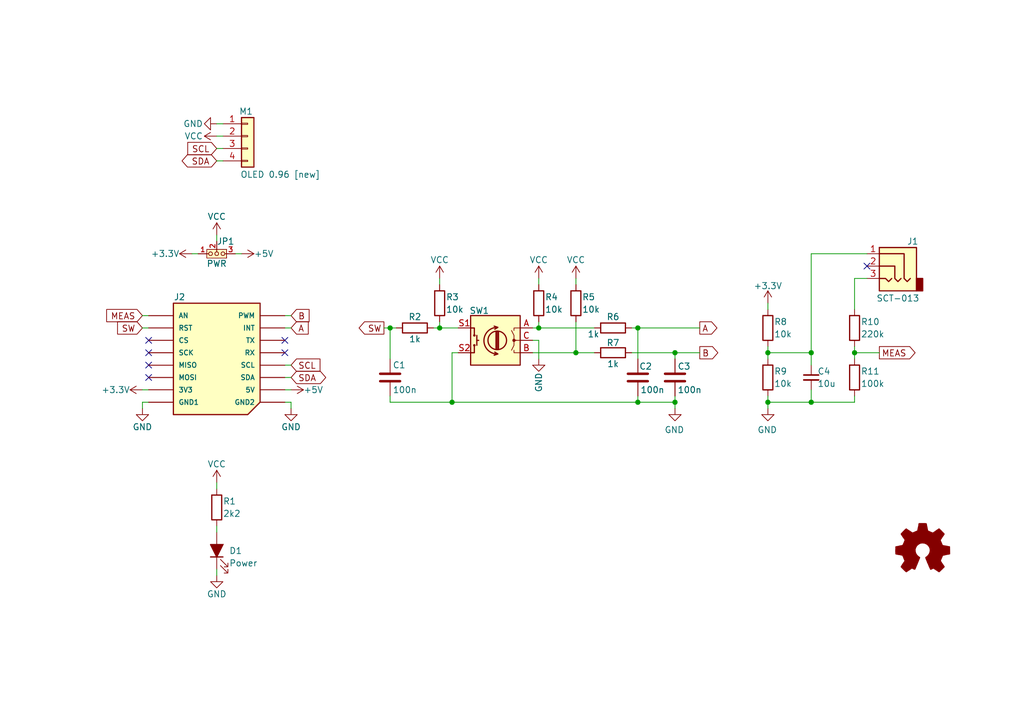
<source format=kicad_sch>
(kicad_sch (version 20250114) (generator "eeschema") (generator_version "9.0")
  (paper "A5")
  (title_block (title "SCT-013 & UI Click") (date "2025-04-20") (rev "1.0") (company "© 2025 MPro") (comment 1 "Designed by MPro") (comment 4 "Licensed under CERN-OHL-P v2 or any later version"))
  (lib_symbols
    (symbol "Connector_Audio:AudioJack3"
      (property "Reference" "J1" (at -1.905 8.89 0))
      (property "Value" "AudioJack3" (at -1.905 6.35 0))
      (symbol "AudioJack3_0_1"
        (rectangle (start -5.08 -5.08) (end -6.35 -2.54) (stroke (width 0.254)) (fill (type outline)))
        (polyline (pts (xy -1.905 -2.54) (xy -1.27 -3.175) (xy -0.635 -2.54) (xy -0.635 0) (xy 2.54 0)) (stroke (width 0.254)))
        (polyline (pts (xy 0 -2.54) (xy 0.635 -3.175) (xy 1.27 -2.54) (xy 2.54 -2.54)) (stroke (width 0.254)))
        (rectangle (start 2.54 3.81) (end -5.08 -5.08) (stroke (width 0.254)) (fill (type background)))
        (polyline (pts (xy 2.54 2.54) (xy -2.54 2.54) (xy -2.54 -2.54) (xy -3.175 -3.175) (xy -3.81 -2.54)) (stroke (width 0.254)))
      )
      (symbol "AudioJack3_1_1"
        (pin passive line (at 5.08 2.54 180) (length 2.54) (name "~") (number "1"))
        (pin passive line (at 5.08 0 180) (length 2.54) (name "~") (number "2"))
        (pin passive line (at 5.08 -2.54 180) (length 2.54) (name "~") (number "3"))
      )
    )
    (symbol "Connector_Generic:Conn_01x04" (pin_names (offset 1.016) (hide yes))
      (property "Reference" "J" (at 0 5.08 0))
      (property "Value" "Conn_01x04" (at 0 -7.62 0))
      (symbol "Conn_01x04_1_1"
        (rectangle (start -1.27 3.81) (end 1.27 -6.35) (stroke (width 0.254)) (fill (type background)))
        (rectangle (start -1.27 2.667) (end 0 2.413) (stroke (width 0.1524)))
        (rectangle (start -1.27 0.127) (end 0 -0.127) (stroke (width 0.1524)))
        (rectangle (start -1.27 -2.413) (end 0 -2.667) (stroke (width 0.1524)))
        (rectangle (start -1.27 -4.953) (end 0 -5.207) (stroke (width 0.1524)))
        (pin passive line (at -5.08 2.54 0) (length 3.81) (name "Pin_1") (number "1"))
        (pin passive line (at -5.08 0 0) (length 3.81) (name "Pin_2") (number "2"))
        (pin passive line (at -5.08 -2.54 0) (length 3.81) (name "Pin_3") (number "3"))
        (pin passive line (at -5.08 -5.08 0) (length 3.81) (name "Pin_4") (number "4"))
      )
    )
    (symbol "Device:C_Small" (pin_numbers (hide yes)) (pin_names (offset 0.254) (hide yes))
      (property "Reference" "C" (at 0.254 1.778 0))
      (property "Value" "C_Small" (at 0.254 -2.032 0))
      (symbol "C_Small_0_1"
        (polyline (pts (xy -1.524 0.508) (xy 1.524 0.508)) (stroke (width 0.3048)))
        (polyline (pts (xy -1.524 -0.508) (xy 1.524 -0.508)) (stroke (width 0.3302)))
      )
      (symbol "C_Small_1_1"
        (pin passive line (at 0 2.54 270) (length 2.032) (name "~") (number "1"))
        (pin passive line (at 0 -2.54 90) (length 2.032) (name "~") (number "2"))
      )
    )
    (symbol "Device:LED_Filled" (pin_numbers (hide yes)) (pin_names (offset 1.016) (hide yes))
      (property "Reference" "D" (at 0 2.54 0))
      (property "Value" "LED_Filled" (at 0 -2.54 0))
      (symbol "LED_Filled_0_1"
        (polyline (pts (xy -3.048 -0.762) (xy -4.572 -2.286) (xy -3.81 -2.286) (xy -4.572 -2.286) (xy -4.572 -1.524)))
        (polyline (pts (xy -1.778 -0.762) (xy -3.302 -2.286) (xy -2.54 -2.286) (xy -3.302 -2.286) (xy -3.302 -1.524)))
        (polyline (pts (xy -1.27 0) (xy 1.27 0)))
        (polyline (pts (xy -1.27 -1.27) (xy -1.27 1.27)) (stroke (width 0.254)))
        (polyline (pts (xy 1.27 -1.27) (xy 1.27 1.27) (xy -1.27 0) (xy 1.27 -1.27)) (stroke (width 0.254)) (fill (type outline)))
      )
      (symbol "LED_Filled_1_1"
        (pin passive line (at -3.81 0 0) (length 2.54) (name "K") (number "1"))
        (pin passive line (at 3.81 0 180) (length 2.54) (name "A") (number "2"))
      )
    )
    (symbol "Device:R" (pin_numbers (hide yes)) (pin_names (offset 0))
      (property "Reference" "R" (at 2.032 0 90))
      (property "Value" "R" (at 0 0 90))
      (symbol "R_0_1"
        (rectangle (start -1.016 -2.54) (end 1.016 2.54) (stroke (width 0.254)))
      )
      (symbol "R_1_1"
        (pin passive line (at 0 3.81 270) (length 1.27) (name "~") (number "1"))
        (pin passive line (at 0 -3.81 90) (length 1.27) (name "~") (number "2"))
      )
    )
    (symbol "archive:Device_C" (pin_numbers (hide yes)) (pin_names (offset 0.254))
      (property "Reference" "C" (at 0.635 2.54 0))
      (property "Value" "Device_C" (at 0.635 -2.54 0))
      (symbol "Device_C_0_1"
        (polyline (pts (xy -2.032 0.762) (xy 2.032 0.762)) (stroke (width 0.508)))
        (polyline (pts (xy -2.032 -0.762) (xy 2.032 -0.762)) (stroke (width 0.508)))
      )
      (symbol "Device_C_1_1"
        (pin passive line (at 0 3.81 270) (length 2.794) (name "~") (number "1"))
        (pin passive line (at 0 -3.81 90) (length 2.794) (name "~") (number "2"))
      )
    )
    (symbol "archive:Device_R" (pin_numbers (hide yes)) (pin_names (offset 0))
      (property "Reference" "R" (at 2.032 0 90))
      (property "Value" "Device_R" (at 0 0 90))
      (symbol "Device_R_0_1"
        (rectangle (start -1.016 -2.54) (end 1.016 2.54) (stroke (width 0.254)))
      )
      (symbol "Device_R_1_1"
        (pin passive line (at 0 3.81 270) (length 1.27) (name "~") (number "1"))
        (pin passive line (at 0 -3.81 90) (length 1.27) (name "~") (number "2"))
      )
    )
    (symbol "archive:Device_Rotary_Encoder_Switch" (pin_names (offset 0.254) (hide yes))
      (property "Reference" "SW" (at 0 6.604 0))
      (property "Value" "Device_Rotary_Encoder_Switch" (at 0 -6.604 0))
      (symbol "Device_Rotary_Encoder_Switch_0_1"
        (rectangle (start -5.08 5.08) (end 5.08 -5.08) (stroke (width 0.254)) (fill (type background)))
        (polyline (pts (xy -5.08 2.54) (xy -3.81 2.54) (xy -3.81 2.032)))
        (polyline (pts (xy -5.08 0) (xy -3.81 0) (xy -3.81 -1.016) (xy -3.302 -2.032)))
        (polyline (pts (xy -5.08 -2.54) (xy -3.81 -2.54) (xy -3.81 -2.032)))
        (polyline (pts (xy -4.318 0) (xy -3.81 0) (xy -3.81 1.016) (xy -3.302 2.032)))
        (circle (center -3.81 0) (radius 0.254) (fill (type outline)))
        (polyline (pts (xy -0.635 -1.778) (xy -0.635 1.778)) (stroke (width 0.254)))
        (arc (start -0.381 2.667) (mid 2.3368 -0.0635) (end -0.381 -2.794) (stroke (width 0.254)))
        (circle (center -0.381 0) (radius 1.905) (stroke (width 0.254)))
        (polyline (pts (xy -0.381 -1.778) (xy -0.381 1.778)) (stroke (width 0.254)))
        (polyline (pts (xy -0.127 1.778) (xy -0.127 -1.778)) (stroke (width 0.254)))
        (polyline (pts (xy 0.254 2.921) (xy -0.508 2.667) (xy 0.127 2.286)) (stroke (width 0.254)))
        (polyline (pts (xy 0.254 -3.048) (xy -0.508 -2.794) (xy 0.127 -2.413)) (stroke (width 0.254)))
        (polyline (pts (xy 3.81 1.016) (xy 3.81 -1.016)) (stroke (width 0.254)))
        (polyline (pts (xy 3.81 0) (xy 3.429 0)) (stroke (width 0.254)))
        (circle (center 4.318 1.016) (radius 0.127) (stroke (width 0.254)))
        (circle (center 4.318 -1.016) (radius 0.127) (stroke (width 0.254)))
        (polyline (pts (xy 5.08 2.54) (xy 4.318 2.54) (xy 4.318 1.016)) (stroke (width 0.254)))
        (polyline (pts (xy 5.08 -2.54) (xy 4.318 -2.54) (xy 4.318 -1.016)) (stroke (width 0.254)))
      )
      (symbol "Device_Rotary_Encoder_Switch_1_1"
        (pin passive line (at -7.62 2.54 0) (length 2.54) (name "A") (number "A"))
        (pin passive line (at -7.62 0 0) (length 2.54) (name "C") (number "C"))
        (pin passive line (at -7.62 -2.54 0) (length 2.54) (name "B") (number "B"))
        (pin passive line (at 7.62 2.54 180) (length 2.54) (name "S1") (number "S1"))
        (pin passive line (at 7.62 -2.54 180) (length 2.54) (name "S2") (number "S2"))
      )
    )
    (symbol "archive:GND" (power) (pin_names (offset 0))
      (property "Value" "GND" (at 0 -3.81 0))
      (symbol "GND_0_1"
        (polyline (pts (xy 0 0) (xy 0 -1.27) (xy 1.27 -1.27) (xy 0 -2.54) (xy -1.27 -1.27) (xy 0 -1.27)))
      )
      (symbol "GND_1_1"
        (pin power_in line (at 0 0 270) (length 0) (hide yes) (name "GND") (number "1"))
      )
    )
    (symbol "archive:Graphic_Logo_Open_Hardware_Small" (pin_names (offset 1.016))
      (symbol "Graphic_Logo_Open_Hardware_Small_0_1"
        (polyline (pts (xy 3.3528 -4.3434) (xy 3.302 -4.318) (xy 3.175 -4.2418) (xy 2.9972 -4.1148) (xy 2.7686 -3.9624) (xy 2.54 -3.81) (xy 2.3622 -3.7084) (xy 2.2352 -3.6068) (xy 2.1844 -3.5814) (xy 2.159 -3.6068) (xy 2.0574 -3.6576) (xy 1.905 -3.7338) (xy 1.8034 -3.7846) (xy 1.6764 -3.8354) (xy 1.6002 -3.8354) (xy 1.6002 -3.8354) (xy 1.5494 -3.7338) (xy 1.4732 -3.5306) (xy 1.3462 -3.302) (xy 1.2446 -3.0226) (xy 1.1176 -2.7178) (xy 0.9652 -2.413) (xy 0.8636 -2.1082) (xy 0.7366 -1.8288) (xy 0.6604 -1.6256) (xy 0.6096 -1.4732) (xy 0.5842 -1.397) (xy 0.5842 -1.397) (xy 0.6604 -1.3208) (xy 0.7874 -1.2446) (xy 1.0414 -1.016) (xy 1.2954 -0.6858) (xy 1.4478 -0.3302) (xy 1.524 0.0762) (xy 1.4732 0.4572) (xy 1.3208 0.8128) (xy 1.0668 1.143) (xy 0.762 1.3716) (xy 0.4064 1.524) (xy 0 1.5748) (xy -0.381 1.5494) (xy -0.7366 1.397) (xy -1.0668 1.143) (xy -1.2192 0.9906) (xy -1.397 0.6604) (xy -1.524 0.3048) (xy -1.524 0.2286) (xy -1.4986 -0.1778) (xy -1.397 -0.5334) (xy -1.1938 -0.8636) (xy -0.9144 -1.143) (xy -0.8636 -1.1684) (xy -0.7366 -1.27) (xy -0.635 -1.3462) (xy -0.5842 -1.397) (xy -1.0668 -2.5908) (xy -1.143 -2.794) (xy -1.2954 -3.1242) (xy -1.397 -3.4036) (xy -1.4986 -3.6322) (xy -1.5748 -3.7846) (xy -1.6002 -3.8354) (xy -1.6002 -3.8354) (xy -1.651 -3.8354) (xy -1.7272 -3.81) (xy -1.905 -3.7338) (xy -2.0066 -3.683) (xy -2.1336 -3.6068) (xy -2.2098 -3.5814) (xy -2.2606 -3.6068) (xy -2.3622 -3.683) (xy -2.54 -3.81) (xy -2.7686 -3.9624) (xy -2.9718 -4.0894) (xy -3.1496 -4.2164) (xy -3.302 -4.318) (xy -3.3528 -4.3434) (xy -3.3782 -4.3434) (xy -3.429 -4.318) (xy -3.5306 -4.2164) (xy -3.7084 -4.064) (xy -3.937 -3.8354) (xy -3.9624 -3.81) (xy -4.1656 -3.6068) (xy -4.318 -3.4544) (xy -4.4196 -3.3274) (xy -4.445 -3.2766) (xy -4.445 -3.2766) (xy -4.4196 -3.2258) (xy -4.318 -3.0734) (xy -4.2164 -2.8956) (xy -4.064 -2.667) (xy -3.6576 -2.0828) (xy -3.8862 -1.5494) (xy -3.937 -1.3716) (xy -4.0386 -1.1684) (xy -4.0894 -1.0414) (xy -4.1148 -0.9652) (xy -4.191 -0.9398) (xy -4.318 -0.9144) (xy -4.5466 -0.8636) (xy -4.8006 -0.8128) (xy -5.0546 -0.7874) (xy -5.2578 -0.7366) (xy -5.4356 -0.7112) (xy -5.5118 -0.6858) (xy -5.5118 -0.6858) (xy -5.5372 -0.635) (xy -5.5372 -0.5588) (xy -5.5372 -0.4318) (xy -5.5626 -0.2286) (xy -5.5626 0.0762) (xy -5.5626 0.127) (xy -5.5372 0.4064) (xy -5.5372 0.635) (xy -5.5372 0.762) (xy -5.5372 0.8382) (xy -5.5372 0.8382) (xy -5.461 0.8382) (xy -5.3086 0.889) (xy -5.08 0.9144) (xy -4.826 0.9652) (xy -4.8006 0.9906) (xy -4.5466 1.0414) (xy -4.318 1.0668) (xy -4.1656 1.1176) (xy -4.0894 1.143) (xy -4.0894 1.143) (xy -4.0386 1.2446) (xy -3.9624 1.4224) (xy -3.8608 1.6256) (xy -3.7846 1.8288) (xy -3.7084 2.0066) (xy -3.6576 2.159) (xy -3.6322 2.2098) (xy -3.6322 2.2098) (xy -3.683 2.286) (xy -3.7592 2.413) (xy -3.8862 2.5908) (xy -4.064 2.8194) (xy -4.064 2.8448) (xy -4.2164 3.0734) (xy -4.3434 3.2512) (xy -4.4196 3.3782) (xy -4.445 3.4544) (xy -4.445 3.4544) (xy -4.3942 3.5052) (xy -4.2926 3.6322) (xy -4.1148 3.81) (xy -3.937 4.0132) (xy -3.8608 4.064) (xy -3.6576 4.2926) (xy -3.5052 4.4196) (xy -3.4036 4.4958) (xy -3.3528 4.5212) (xy -3.3528 4.5212) (xy -3.302 4.4704) (xy -3.1496 4.3688) (xy -2.9718 4.2418) (xy -2.7432 4.0894) (xy -2.7178 4.0894) (xy -2.4892 3.937) (xy -2.3114 3.81) (xy -2.1844 3.7084) (xy -2.1336 3.683) (xy -2.1082 3.683) (xy -2.032 3.7084) (xy -1.8542 3.7592) (xy -1.6764 3.8354) (xy -1.4732 3.937) (xy -1.27 4.0132) (xy -1.143 4.064) (xy -1.0668 4.1148) (xy -1.0668 4.1148) (xy -1.0414 4.191) (xy -1.016 4.3434) (xy -0.9652 4.572) (xy -0.9144 4.8514) (xy -0.889 4.9022) (xy -0.8382 5.1562) (xy -0.8128 5.3848) (xy -0.7874 5.5372) (xy -0.762 5.588) (xy -0.7112 5.6134) (xy -0.5842 5.6134) (xy -0.4064 5.6134) (xy -0.1524 5.6134) (xy 0.0762 5.6134) (xy 0.3302 5.6134) (xy 0.5334 5.6134) (xy 0.6858 5.588) (xy 0.7366 5.588) (xy 0.7366 5.588) (xy 0.762 5.5118) (xy 0.8128 5.334) (xy 0.8382 5.1054) (xy 0.9144 4.826) (xy 0.9144 4.7752) (xy 0.9652 4.5212) (xy 1.016 4.2926) (xy 1.0414 4.1402) (xy 1.0668 4.0894) (xy 1.0668 4.0894) (xy 1.1938 4.0386) (xy 1.3716 3.9624) (xy 1.5748 3.8608) (xy 2.0828 3.6576) (xy 2.7178 4.0894) (xy 2.7686 4.1402) (xy 2.9972 4.2926) (xy 3.175 4.4196) (xy 3.302 4.4958) (xy 3.3782 4.5212) (xy 3.3782 4.5212) (xy 3.429 4.4704) (xy 3.556 4.3434) (xy 3.7338 4.191) (xy 3.9116 3.9878) (xy 4.064 3.8354) (xy 4.2418 3.6576) (xy 4.3434 3.556) (xy 4.4196 3.4798) (xy 4.4196 3.429) (xy 4.4196 3.4036) (xy 4.3942 3.3274) (xy 4.2926 3.2004) (xy 4.1656 2.9972) (xy 4.0132 2.794) (xy 3.8862 2.5908) (xy 3.7592 2.3876) (xy 3.6576 2.2352) (xy 3.6322 2.159) (xy 3.6322 2.1336) (xy 3.683 2.0066) (xy 3.7592 1.8288) (xy 3.8608 1.6002) (xy 4.064 1.1176) (xy 4.3942 1.0414) (xy 4.5974 1.016) (xy 4.8768 0.9652) (xy 5.1308 0.9144) (xy 5.5372 0.8382) (xy 5.5626 -0.6604) (xy 5.4864 -0.6858) (xy 5.4356 -0.6858) (xy 5.2832 -0.7366) (xy 5.0546 -0.762) (xy 4.8006 -0.8128) (xy 4.5974 -0.8636) (xy 4.3688 -0.9144) (xy 4.2164 -0.9398) (xy 4.1402 -0.9398) (xy 4.1148 -0.9652) (xy 4.064 -1.0668) (xy 3.9878 -1.2446) (xy 3.9116 -1.4478) (xy 3.81 -1.651) (xy 3.7338 -1.8542) (xy 3.683 -2.0066) (xy 3.6576 -2.0828) (xy 3.683 -2.1336) (xy 3.7846 -2.2606) (xy 3.8862 -2.4638) (xy 4.0386 -2.667) (xy 4.191 -2.8956) (xy 4.318 -3.0734) (xy 4.3942 -3.2004) (xy 4.445 -3.2766) (xy 4.4196 -3.3274) (xy 4.3434 -3.429) (xy 4.1656 -3.5814) (xy 3.937 -3.8354) (xy 3.8862 -3.8608) (xy 3.683 -4.064) (xy 3.5306 -4.2164) (xy 3.4036 -4.318) (xy 3.3528 -4.3434)) (fill (type outline)))
      )
    )
    (symbol "archive:power_+5V" (power) (pin_names (offset 0))
      (property "Value" "power_+5V" (at 0 3.556 0))
      (symbol "power_+5V_0_1"
        (polyline (pts (xy -0.762 1.27) (xy 0 2.54)))
        (polyline (pts (xy 0 2.54) (xy 0.762 1.27)))
        (polyline (pts (xy 0 0) (xy 0 2.54)))
      )
      (symbol "power_+5V_1_1"
        (pin power_in line (at 0 0 90) (length 0) (hide yes) (name "+5V") (number "1"))
      )
    )
    (symbol "archive:power_GND" (power) (pin_names (offset 0))
      (property "Value" "power_GND" (at 0 -3.81 0))
      (symbol "power_GND_0_1"
        (polyline (pts (xy 0 0) (xy 0 -1.27) (xy 1.27 -1.27) (xy 0 -2.54) (xy -1.27 -1.27) (xy 0 -1.27)))
      )
      (symbol "power_GND_1_1"
        (pin power_in line (at 0 0 270) (length 0) (hide yes) (name "GND") (number "1"))
      )
    )
    (symbol "diy-modules:mikroBUS_module_connector" (pin_numbers (hide yes)) (pin_names (offset 1.016))
      (property "Reference" "J" (at 0 23.495 0))
      (symbol "mikroBUS_module_connector_0_0"
        (pin bidirectional line (at -5.08 20.32 0) (length 5.08) (name "AN") (number "P1"))
        (pin bidirectional line (at -5.08 17.78 0) (length 5.08) (name "RST") (number "P2"))
        (pin bidirectional line (at -5.08 15.24 0) (length 5.08) (name "CS") (number "P3"))
        (pin bidirectional line (at -5.08 12.7 0) (length 5.08) (name "SCK") (number "P4"))
        (pin bidirectional line (at -5.08 10.16 0) (length 5.08) (name "MISO") (number "P5"))
        (pin bidirectional line (at -5.08 7.62 0) (length 5.08) (name "MOSI") (number "P6"))
        (pin power_in line (at -5.08 5.08 0) (length 5.08) (name "3V3") (number "P7"))
        (pin bidirectional line (at 22.86 20.32 180) (length 5.08) (name "PWM") (number "P16"))
        (pin bidirectional line (at 22.86 17.78 180) (length 5.08) (name "INT") (number "P15"))
        (pin bidirectional line (at 22.86 15.24 180) (length 5.08) (name "TX") (number "P14"))
        (pin bidirectional line (at 22.86 12.7 180) (length 5.08) (name "RX") (number "P13"))
        (pin bidirectional line (at 22.86 10.16 180) (length 5.08) (name "SCL") (number "P12"))
        (pin bidirectional line (at 22.86 7.62 180) (length 5.08) (name "SDA") (number "P11"))
        (pin power_in line (at 22.86 5.08 180) (length 5.08) (name "5V") (number "P10"))
      )
      (symbol "mikroBUS_module_connector_0_1"
        (polyline (pts (xy 17.78 2.54) (xy 15.24 0) (xy 0 0) (xy 0 22.86) (xy 17.78 22.86) (xy 17.78 2.54)) (stroke (width 0.254)) (fill (type background)))
      )
      (symbol "mikroBUS_module_connector_1_0"
        (pin power_in line (at -5.08 2.54 0) (length 5.08) (name "GND1") (number "P8"))
        (pin power_in line (at 22.86 2.54 180) (length 5.08) (name "GND2") (number "P9"))
      )
    )
    (symbol "power:+3.3V" (power) (pin_names (offset 0))
      (property "Value" "+3.3V" (at 0 3.556 0))
      (symbol "+3.3V_0_1"
        (polyline (pts (xy -0.762 1.27) (xy 0 2.54)))
        (polyline (pts (xy 0 2.54) (xy 0.762 1.27)))
        (polyline (pts (xy 0 0) (xy 0 2.54)))
      )
      (symbol "+3.3V_1_1"
        (pin power_in line (at 0 0 90) (length 0) (hide yes) (name "+3.3V") (number "1"))
      )
    )
    (symbol "power:GND" (power) (pin_names (offset 0))
      (property "Value" "GND" (at 0 -3.81 0))
      (symbol "GND_0_1"
        (polyline (pts (xy 0 0) (xy 0 -1.27) (xy 1.27 -1.27) (xy 0 -2.54) (xy -1.27 -1.27) (xy 0 -1.27)))
      )
      (symbol "GND_1_1"
        (pin power_in line (at 0 0 270) (length 0) (hide yes) (name "GND") (number "1"))
      )
    )
    (symbol "power:VCC" (power) (pin_names (offset 0))
      (property "Value" "VCC" (at 0 3.81 0))
      (symbol "VCC_0_1"
        (polyline (pts (xy -0.762 1.27) (xy 0 2.54)))
        (polyline (pts (xy 0 2.54) (xy 0.762 1.27)))
        (polyline (pts (xy 0 0) (xy 0 2.54)))
      )
      (symbol "VCC_1_1"
        (pin power_in line (at 0 0 90) (length 0) (hide yes) (name "VCC") (number "1"))
      )
    )
    (symbol "various:Jumper_3" (pin_names (offset 0) (hide yes))
      (property "Reference" "JP" (at -2.54 1.905 0))
      (property "Value" "Jumper_3" (at 5.715 -2.54 0))
      (symbol "Jumper_3_0_1"
        (polyline (pts (xy -1.905 0) (xy -1.651 0)))
        (polyline (pts (xy 0 -0.635) (xy 0 -0.381)))
        (polyline (pts (xy 1.905 0) (xy 1.651 0)))
      )
      (symbol "Jumper_3_1_0"
        (circle (center -1.27 0) (radius 0.381))
        (circle (center 0 0) (radius 0.381))
        (circle (center 1.27 0) (radius 0.381))
        (polyline (pts (xy 3.81 0) (xy 3.81 0)))
      )
      (symbol "Jumper_3_1_1"
        (rectangle (start -2.032 0.889) (end 2.032 -0.889) (fill (type background)))
        (pin passive line (at -3.81 0 0) (length 1.905) (name "A") (number "1"))
        (pin passive line (at 0 -2.54 90) (length 1.905) (name "C") (number "2"))
        (pin passive line (at 3.81 0 180) (length 1.905) (name "B") (number "3"))
      )
    )
  )
  (junction (at 110.49 67.31))
  (junction (at 90.17 67.31))
  (junction (at 138.43 72.39))
  (junction (at 157.48 82.55))
  (junction (at 166.37 72.39))
  (junction (at 138.43 82.55))
  (junction (at 166.37 82.55))
  (junction (at 130.81 82.55))
  (junction (at 80.01 67.31))
  (junction (at 118.11 72.39))
  (junction (at 92.71 82.55))
  (junction (at 130.81 67.31))
  (junction (at 175.26 72.39))
  (junction (at 157.48 72.39))
  (no_connect (at 30.48 69.85))
  (no_connect (at 30.48 77.47))
  (no_connect (at 177.8 54.61))
  (no_connect (at 30.48 72.39))
  (no_connect (at 58.42 69.85))
  (no_connect (at 30.48 74.93))
  (no_connect (at 58.42 72.39))
  (wire (pts (xy 177.8 57.15) (xy 175.26 57.15)))
  (wire (pts (xy 44.45 116.84) (xy 44.45 118.11)))
  (wire (pts (xy 58.42 80.01) (xy 59.69 80.01)))
  (wire (pts (xy 80.01 81.28) (xy 80.01 82.55)))
  (wire (pts (xy 157.48 71.12) (xy 157.48 72.39)))
  (wire (pts (xy 166.37 72.39) (xy 157.48 72.39)))
  (wire (pts (xy 90.17 67.31) (xy 93.98 67.31)))
  (wire (pts (xy 109.22 69.85) (xy 110.49 69.85)))
  (wire (pts (xy 80.01 67.31) (xy 81.28 67.31)))
  (wire (pts (xy 58.42 64.77) (xy 59.69 64.77)))
  (wire (pts (xy 44.45 99.06) (xy 44.45 100.33)))
  (wire (pts (xy 58.42 82.55) (xy 59.69 82.55)))
  (wire (pts (xy 175.26 72.39) (xy 175.26 73.66)))
  (wire (pts (xy 92.71 72.39) (xy 93.98 72.39)))
  (wire (pts (xy 90.17 57.15) (xy 90.17 58.42)))
  (wire (pts (xy 130.81 67.31) (xy 130.81 73.66)))
  (wire (pts (xy 44.45 107.95) (xy 44.45 109.22)))
  (wire (pts (xy 44.45 27.94) (xy 45.72 27.94)))
  (wire (pts (xy 39.37 52.07) (xy 40.64 52.07)))
  (wire (pts (xy 166.37 72.39) (xy 166.37 74.93)))
  (wire (pts (xy 92.71 82.55) (xy 130.81 82.55)))
  (wire (pts (xy 130.81 67.31) (xy 143.51 67.31)))
  (wire (pts (xy 157.48 62.23) (xy 157.48 63.5)))
  (wire (pts (xy 29.21 80.01) (xy 30.48 80.01)))
  (wire (pts (xy 44.45 25.4) (xy 45.72 25.4)))
  (wire (pts (xy 175.26 81.28) (xy 175.26 82.55)))
  (wire (pts (xy 175.26 71.12) (xy 175.26 72.39)))
  (wire (pts (xy 129.54 67.31) (xy 130.81 67.31)))
  (wire (pts (xy 109.22 67.31) (xy 110.49 67.31)))
  (wire (pts (xy 80.01 67.31) (xy 80.01 73.66)))
  (wire (pts (xy 175.26 72.39) (xy 180.34 72.39)))
  (wire (pts (xy 80.01 82.55) (xy 92.71 82.55)))
  (wire (pts (xy 129.54 72.39) (xy 138.43 72.39)))
  (wire (pts (xy 110.49 69.85) (xy 110.49 73.66)))
  (wire (pts (xy 29.21 64.77) (xy 30.48 64.77)))
  (wire (pts (xy 58.42 67.31) (xy 59.69 67.31)))
  (wire (pts (xy 177.8 52.07) (xy 166.37 52.07)))
  (wire (pts (xy 157.48 81.28) (xy 157.48 82.55)))
  (wire (pts (xy 175.26 57.15) (xy 175.26 63.5)))
  (wire (pts (xy 59.69 77.47) (xy 58.42 77.47)))
  (wire (pts (xy 29.21 82.55) (xy 29.21 83.82)))
  (wire (pts (xy 130.81 82.55) (xy 138.43 82.55)))
  (wire (pts (xy 118.11 57.15) (xy 118.11 58.42)))
  (wire (pts (xy 118.11 66.04) (xy 118.11 72.39)))
  (wire (pts (xy 29.21 82.55) (xy 30.48 82.55)))
  (wire (pts (xy 166.37 82.55) (xy 175.26 82.55)))
  (wire (pts (xy 166.37 52.07) (xy 166.37 72.39)))
  (wire (pts (xy 138.43 82.55) (xy 138.43 83.82)))
  (wire (pts (xy 157.48 73.66) (xy 157.48 72.39)))
  (wire (pts (xy 110.49 67.31) (xy 121.92 67.31)))
  (wire (pts (xy 110.49 57.15) (xy 110.49 58.42)))
  (wire (pts (xy 44.45 48.26) (xy 44.45 49.53)))
  (wire (pts (xy 138.43 82.55) (xy 138.43 81.28)))
  (wire (pts (xy 157.48 82.55) (xy 157.48 83.82)))
  (wire (pts (xy 78.74 67.31) (xy 80.01 67.31)))
  (wire (pts (xy 166.37 82.55) (xy 157.48 82.55)))
  (wire (pts (xy 118.11 72.39) (xy 121.92 72.39)))
  (wire (pts (xy 44.45 30.48) (xy 45.72 30.48)))
  (wire (pts (xy 58.42 74.93) (xy 59.69 74.93)))
  (wire (pts (xy 138.43 72.39) (xy 143.51 72.39)))
  (wire (pts (xy 92.71 72.39) (xy 92.71 82.55)))
  (wire (pts (xy 138.43 72.39) (xy 138.43 73.66)))
  (wire (pts (xy 48.26 52.07) (xy 49.53 52.07)))
  (wire (pts (xy 109.22 72.39) (xy 118.11 72.39)))
  (wire (pts (xy 59.69 82.55) (xy 59.69 83.82)))
  (wire (pts (xy 110.49 66.04) (xy 110.49 67.31)))
  (wire (pts (xy 29.21 67.31) (xy 30.48 67.31)))
  (wire (pts (xy 90.17 66.04) (xy 90.17 67.31)))
  (wire (pts (xy 130.81 81.28) (xy 130.81 82.55)))
  (wire (pts (xy 44.45 33.02) (xy 45.72 33.02)))
  (wire (pts (xy 166.37 80.01) (xy 166.37 82.55)))
  (wire (pts (xy 88.9 67.31) (xy 90.17 67.31)))
  (global_label "MEAS" (shape output) (at 180.34 72.39 0) (property "Intersheetrefs" "${INTERSHEET_REFS}" (effects (hide yes))))
  (global_label "SDA" (shape bidirectional) (at 59.69 77.47 0) (property "Intersheetrefs" "${INTERSHEET_REFS}" (effects (hide yes))))
  (global_label "SW" (shape output) (at 78.74 67.31 180) (property "Intersheetrefs" "${INTERSHEET_REFS}" (effects (hide yes))))
  (global_label "A" (shape output) (at 143.51 67.31 0) (property "Intersheetrefs" "${INTERSHEET_REFS}" (effects (hide yes))))
  (global_label "MEAS" (shape input) (at 29.21 64.77 180) (property "Intersheetrefs" "${INTERSHEET_REFS}" (effects (hide yes))))
  (global_label "B" (shape output) (at 143.51 72.39 0) (property "Intersheetrefs" "${INTERSHEET_REFS}" (effects (hide yes))))
  (global_label "A" (shape input) (at 59.69 67.31 0) (property "Intersheetrefs" "${INTERSHEET_REFS}" (effects (hide yes))))
  (global_label "SW" (shape input) (at 29.21 67.31 180) (property "Intersheetrefs" "${INTERSHEET_REFS}" (effects (hide yes))))
  (global_label "SDA" (shape bidirectional) (at 44.45 33.02 180) (property "Intersheetrefs" "${INTERSHEET_REFS}" (effects (hide yes))))
  (global_label "B" (shape input) (at 59.69 64.77 0) (property "Intersheetrefs" "${INTERSHEET_REFS}" (effects (hide yes))))
  (global_label "SCL" (shape input) (at 44.45 30.48 180) (property "Intersheetrefs" "${INTERSHEET_REFS}" (effects (hide yes))))
  (global_label "SCL" (shape input) (at 59.69 74.93 0) (property "Intersheetrefs" "${INTERSHEET_REFS}" (effects (hide yes))))
  (symbol (lib_id "archive:Device_Rotary_Encoder_Switch") (at 101.6 69.85 0) (mirror y) (unit 1)
    (property "Reference" "SW1" (at 96.266 63.754 0) (effects (justify right)))
    (property "Value" "EC11 Encoder" (effects (hide yes)))
    (property "Footprint" "footprints:EC11_SMD" (effects (hide yes)))
    (property "LCSC" "-----" (effects (hide yes)))
    (property "Package/Case" "SMD" (effects (hide yes)))
  )
  (symbol (lib_id "archive:GND") (at 110.49 73.66 0) (mirror y) (unit 1)
    (property "Reference" "#PWR041" (effects (hide yes)))
    (property "Value" "GND" (at 110.49 78.486 90))
  )
  (symbol (lib_id "archive:Device_R") (at 125.73 72.39 90) (mirror x) (unit 1)
    (property "Reference" "R7" (at 125.73 70.358 90))
    (property "Value" "1k" (at 125.73 74.676 90))
    (property "Footprint" "footprints:R_0805_2012Metric" (effects (hide yes)))
    (property "LCSC" "C17513" (effects (hide yes)))
    (property "Package/Case" "0805" (effects (hide yes)))
  )
  (symbol (lib_id "archive:Device_R") (at 125.73 67.31 90) (mirror x) (unit 1)
    (property "Reference" "R6" (at 125.73 65.024 90))
    (property "Value" "1k" (at 122.936 68.58 90) (effects (justify left)))
    (property "Footprint" "footprints:R_0805_2012Metric" (effects (hide yes)))
    (property "LCSC" "C17513" (effects (hide yes)))
    (property "Package/Case" "0805" (effects (hide yes)))
  )
  (symbol (lib_id "archive:GND") (at 138.43 83.82 0) (mirror y) (unit 1)
    (property "Reference" "#PWR044" (effects (hide yes)))
    (property "Value" "GND" (at 138.303 88.2142 0))
  )
  (symbol (lib_id "archive:Device_R") (at 85.09 67.31 90) (mirror x) (unit 1)
    (property "Reference" "R2" (at 85.09 65.024 90))
    (property "Value" "1k" (at 85.09 69.596 90))
    (property "Footprint" "footprints:R_0805_2012Metric" (effects (hide yes)))
    (property "LCSC" "C17513" (effects (hide yes)))
    (property "Package/Case" "0805" (effects (hide yes)))
  )
  (symbol (lib_id "archive:Device_C") (at 130.81 77.47 180) (unit 1)
    (property "Reference" "C2" (at 131.064 75.184 0) (effects (justify right)))
    (property "Value" "100n" (at 131.318 80.01 0) (effects (justify right)))
    (property "Footprint" "footprints:C_0805_2012Metric" (effects (hide yes)))
    (property "LCSC" "C49678" (effects (hide yes)))
    (property "Package/Case" "0805" (effects (hide yes)))
  )
  (symbol (lib_id "archive:Device_C") (at 80.01 77.47 180) (unit 1)
    (property "Reference" "C1" (at 80.518 74.93 0) (effects (justify right)))
    (property "Value" "100n" (at 80.518 80.01 0) (effects (justify right)))
    (property "Footprint" "footprints:C_0805_2012Metric" (effects (hide yes)))
    (property "LCSC" "C49678" (effects (hide yes)))
    (property "Package/Case" "0805" (effects (hide yes)))
  )
  (symbol (lib_id "archive:Device_C") (at 138.43 77.47 180) (unit 1)
    (property "Reference" "C3" (at 138.938 75.184 0) (effects (justify right)))
    (property "Value" "100n" (at 138.938 80.01 0) (effects (justify right)))
    (property "Footprint" "footprints:C_0805_2012Metric" (effects (hide yes)))
    (property "LCSC" "C49678" (effects (hide yes)))
    (property "Package/Case" "0805" (effects (hide yes)))
  )
  (symbol (lib_id "Connector_Audio:AudioJack3") (at 182.88 54.61 0) (mirror y) (unit 1)
    (property "Reference" "J1" (at 187.198 49.53 0))
    (property "Value" "SCT-013" (at 184.15 61.214 0))
    (property "Footprint" "footprints:PJ-320B" (effects (hide yes)))
    (property "Description" "Audio Jack, 3 Poles (Stereo / TRS)" (effects (hide yes)))
    (property "LCSC" "C2884998" (effects (hide yes)))
    (property "Package/Case" "SMD" (effects (hide yes)))
  )
  (symbol (lib_id "power:+3.3V") (at 29.21 80.01 90) (unit 1)
    (property "Reference" "#PWR08" (effects (hide yes)))
    (property "Value" "+3.3V" (at 26.67 80.01 90) (effects (justify left)))
  )
  (symbol (lib_id "various:Jumper_3") (at 44.45 52.07 0) (mirror x) (unit 1)
    (property "Reference" "JP1" (at 44.45 49.53 0) (effects (justify left)))
    (property "Value" "PWR" (at 44.45 54.102 0))
    (property "Footprint" "footprints:PinHeader_1x03_P2.54mm_Vertical" (effects (hide yes)))
    (property "LCSC" "-----" (effects (hide yes)))
    (property "Package/Case" "3-pin 2.54mm" (effects (hide yes)))
  )
  (symbol (lib_id "archive:power_GND") (at 29.21 83.82 0) (unit 1)
    (property "Reference" "#PWR09" (effects (hide yes)))
    (property "Value" "GND" (at 29.21 87.63 0))
  )
  (symbol (lib_id "archive:power_GND") (at 59.69 83.82 0) (unit 1)
    (property "Reference" "#PWR011" (effects (hide yes)))
    (property "Value" "GND" (at 59.69 87.63 0))
  )
  (symbol (lib_id "power:VCC") (at 110.49 57.15 0) (unit 1)
    (property "Reference" "#PWR023" (effects (hide yes)))
    (property "Value" "VCC" (at 110.49 53.34 0))
  )
  (symbol (lib_id "Device:C_Small") (at 166.37 77.47 0) (unit 1)
    (property "Reference" "C4" (at 167.64 76.2 0) (effects (justify left)))
    (property "Value" "10u" (at 167.64 78.74 0) (effects (justify left)))
    (property "Footprint" "footprints:C_0805_2012Metric" (effects (hide yes)))
    (property "LCSC" "C15850" (effects (hide yes)))
    (property "Package/Case" "0805" (effects (hide yes)))
  )
  (symbol (lib_id "power:VCC") (at 44.45 99.06 0) (unit 1)
    (property "Reference" "#PWR06" (effects (hide yes)))
    (property "Value" "VCC" (at 44.45 95.25 0))
  )
  (symbol (lib_id "diy-modules:mikroBUS_module_connector") (at 35.56 85.09 0) (unit 1) (in_bom no)
    (property "Reference" "J2" (at 36.83 60.96 0))
    (property "Value" "SCT-013 & UI Click v${REVISION} by MPro" (effects (hide yes)))
    (property "Footprint" "footprints:mikroBUS_module_L" (effects (hide yes)))
    (property "Datasheet" "https://download.mikroe.com/documents/standards/mikrobus/mikrobus-standard-specification-v200.pdf" (effects (hide yes)))
    (property "LCSC" "-----" (effects (hide yes)))
    (property "Package/Case" "(2x) pin 1x8 2.54mm" (effects (hide yes)))
  )
  (symbol (lib_id "Device:LED_Filled") (at 44.45 113.03 90) (unit 1)
    (property "Reference" "D1" (at 46.99 113.03 90) (effects (justify right)))
    (property "Value" "Power" (at 46.99 115.57 90) (effects (justify right)))
    (property "Footprint" "footprints:LED_0805_2012Metric" (effects (hide yes)))
    (property "LCSC" "C2296" (effects (hide yes)))
    (property "Package/Case" "0805" (effects (hide yes)))
    (property "Colour" "Yellow" (effects (hide yes)))
  )
  (symbol (lib_id "Device:R") (at 110.49 62.23 0) (unit 1)
    (property "Reference" "R4" (at 111.76 60.96 0) (effects (justify left)))
    (property "Value" "10k" (at 111.76 63.5 0) (effects (justify left)))
    (property "Footprint" "footprints:R_0805_2012Metric" (effects (hide yes)))
    (property "LCSC" "C17414" (effects (hide yes)))
    (property "Package/Case" "0805" (effects (hide yes)))
  )
  (symbol (lib_id "Connector_Generic:Conn_01x04") (at 50.8 27.94 0) (unit 1)
    (property "Reference" "M1" (at 49.022 22.86 0) (effects (justify left)))
    (property "Value" "OLED 0.96 [new]" (at 49.276 35.814 0) (effects (justify left)))
    (property "Footprint" "footprints:128X64_OLED_I2C_0-96inch (EstarDyn)" (effects (hide yes)))
    (property "Description" "Generic connector, single row, 01x04, script generated (kicad-library-utils/schlib/autogen/connector/)" (effects (hide yes)))
    (property "LCSC" "------" (effects (hide yes)))
    (property "Package/Case" "Module" (effects (hide yes)))
  )
  (symbol (lib_id "power:VCC") (at 44.45 27.94 90) (unit 1)
    (property "Reference" "#PWR021" (effects (hide yes)))
    (property "Value" "VCC" (at 41.656 27.94 90) (effects (justify left)))
  )
  (symbol (lib_id "Device:R") (at 44.45 104.14 0) (unit 1)
    (property "Reference" "R1" (at 45.72 102.87 0) (effects (justify left)))
    (property "Value" "2k2" (at 45.72 105.41 0) (effects (justify left)))
    (property "Footprint" "footprints:R_0805_2012Metric" (effects (hide yes)))
    (property "LCSC" "C17520" (effects (hide yes)))
    (property "Package/Case" "0805" (effects (hide yes)))
  )
  (symbol (lib_id "archive:Graphic_Logo_Open_Hardware_Small") (at 189.23 113.03 0) (unit 1) (in_bom no)
    (property "Reference" "LOGO1" (effects (hide yes)))
    (property "Value" "Logo_Open_Hardware_Small" (effects (hide yes)))
    (property "Footprint" "footprints:OSHW-Logo2_7.3x6mm_SilkScreen" (effects (hide yes)))
  )
  (symbol (lib_id "power:+3.3V") (at 39.37 52.07 90) (unit 1)
    (property "Reference" "#PWR017" (effects (hide yes)))
    (property "Value" "+3.3V" (at 36.83 52.07 90) (effects (justify left)))
  )
  (symbol (lib_id "Device:R") (at 175.26 67.31 0) (unit 1)
    (property "Reference" "R10" (at 176.53 66.04 0) (effects (justify left)))
    (property "Value" "220k" (at 176.53 68.58 0) (effects (justify left)))
    (property "Footprint" "footprints:R_0805_2012Metric" (effects (hide yes)))
    (property "LCSC" "C17556" (effects (hide yes)))
    (property "Package/Case" "0805" (effects (hide yes)))
  )
  (symbol (lib_id "Device:R") (at 175.26 77.47 0) (unit 1)
    (property "Reference" "R11" (at 176.53 76.2 0) (effects (justify left)))
    (property "Value" "100k" (at 176.53 78.74 0) (effects (justify left)))
    (property "Footprint" "footprints:R_0805_2012Metric" (effects (hide yes)))
    (property "LCSC" "C149504" (effects (hide yes)))
    (property "Package/Case" "0805" (effects (hide yes)))
  )
  (symbol (lib_id "power:VCC") (at 118.11 57.15 0) (unit 1)
    (property "Reference" "#PWR024" (effects (hide yes)))
    (property "Value" "VCC" (at 118.11 53.34 0))
  )
  (symbol (lib_id "archive:power_+5V") (at 59.69 80.01 270) (unit 1)
    (property "Reference" "#PWR010" (effects (hide yes)))
    (property "Value" "+5V" (at 64.262 80.01 90))
  )
  (symbol (lib_id "power:VCC") (at 44.45 48.26 0) (unit 1)
    (property "Reference" "#PWR019" (effects (hide yes)))
    (property "Value" "VCC" (at 44.45 44.45 0))
  )
  (symbol (lib_id "power:GND") (at 44.45 118.11 0) (unit 1)
    (property "Reference" "#PWR07" (effects (hide yes)))
    (property "Value" "GND" (at 44.45 121.92 0))
  )
  (symbol (lib_id "power:+3.3V") (at 157.48 62.23 0) (unit 1)
    (property "Reference" "#PWR018" (effects (hide yes)))
    (property "Value" "+3.3V" (at 157.48 58.674 0))
  )
  (symbol (lib_id "Device:R") (at 118.11 62.23 0) (unit 1)
    (property "Reference" "R5" (at 119.38 60.96 0) (effects (justify left)))
    (property "Value" "10k" (at 119.38 63.5 0) (effects (justify left)))
    (property "Footprint" "footprints:R_0805_2012Metric" (effects (hide yes)))
    (property "LCSC" "C17414" (effects (hide yes)))
    (property "Package/Case" "0805" (effects (hide yes)))
  )
  (symbol (lib_id "Device:R") (at 90.17 62.23 0) (unit 1)
    (property "Reference" "R3" (at 91.44 60.96 0) (effects (justify left)))
    (property "Value" "10k" (at 91.44 63.5 0) (effects (justify left)))
    (property "Footprint" "footprints:R_0805_2012Metric" (effects (hide yes)))
    (property "LCSC" "C17414" (effects (hide yes)))
    (property "Package/Case" "0805" (effects (hide yes)))
  )
  (symbol (lib_id "archive:GND") (at 157.48 83.82 0) (mirror y) (unit 1)
    (property "Reference" "#PWR046" (effects (hide yes)))
    (property "Value" "GND" (at 157.353 88.2142 0))
  )
  (symbol (lib_id "Device:R") (at 157.48 67.31 0) (unit 1)
    (property "Reference" "R8" (at 158.75 66.04 0) (effects (justify left)))
    (property "Value" "10k" (at 158.75 68.58 0) (effects (justify left)))
    (property "Footprint" "footprints:R_0805_2012Metric" (effects (hide yes)))
    (property "LCSC" "C17414" (effects (hide yes)))
    (property "Package/Case" "0805" (effects (hide yes)))
  )
  (symbol (lib_id "power:GND") (at 44.45 25.4 270) (unit 1)
    (property "Reference" "#PWR012" (effects (hide yes)))
    (property "Value" "GND" (at 41.656 25.4 90) (effects (justify right)))
  )
  (symbol (lib_id "Device:R") (at 157.48 77.47 0) (unit 1)
    (property "Reference" "R9" (at 158.75 76.2 0) (effects (justify left)))
    (property "Value" "10k" (at 158.75 78.74 0) (effects (justify left)))
    (property "Footprint" "footprints:R_0805_2012Metric" (effects (hide yes)))
    (property "LCSC" "C17414" (effects (hide yes)))
    (property "Package/Case" "0805" (effects (hide yes)))
  )
  (symbol (lib_id "power:VCC") (at 90.17 57.15 0) (unit 1)
    (property "Reference" "#PWR022" (effects (hide yes)))
    (property "Value" "VCC" (at 90.17 53.34 0))
  )
  (symbol (lib_id "archive:power_+5V") (at 49.53 52.07 270) (unit 1)
    (property "Reference" "#PWR020" (effects (hide yes)))
    (property "Value" "+5V" (at 52.07 52.07 90) (effects (justify left)))
  )
)
</source>
